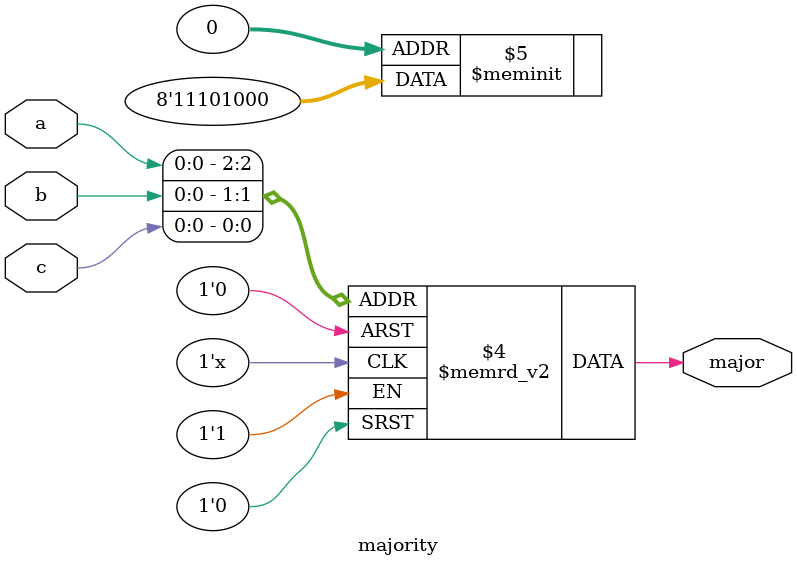
<source format=v>
`timescale 1ps / 1fs


module majority(
    input a,
    input b,
    input c,
    output reg major
    );
    
    always@(*)
    begin
        case({a,b,c})
            3'b000: major = 0;
            3'b001: major = 0;
            3'b010: major = 0;
            3'b011: major = 1;
            3'b100: major = 0;
            3'b101: major = 1;
            3'b110: major = 1;
            3'b111: major = 1;
        endcase
    end
endmodule

</source>
